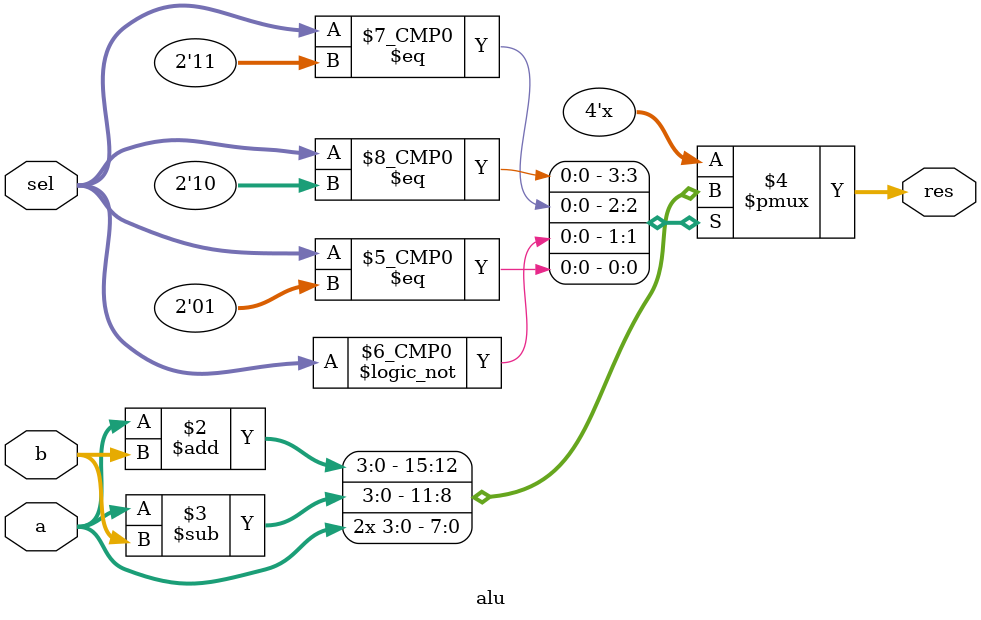
<source format=sv>
`timescale 1ns / 1ps


module alu(
input logic [3:0] a,
input logic [3:0] b,
input logic [1:0] sel,
output logic [3:0] res
    );
    always @(*) 
    begin
        case(sel)
        2'b10 : res = a + b;
        2'b11 : res = a - b;
        2'b00 : res = a;
        2'b01 : res = a;
        default : res = a;
        endcase
    end
       
endmodule

</source>
